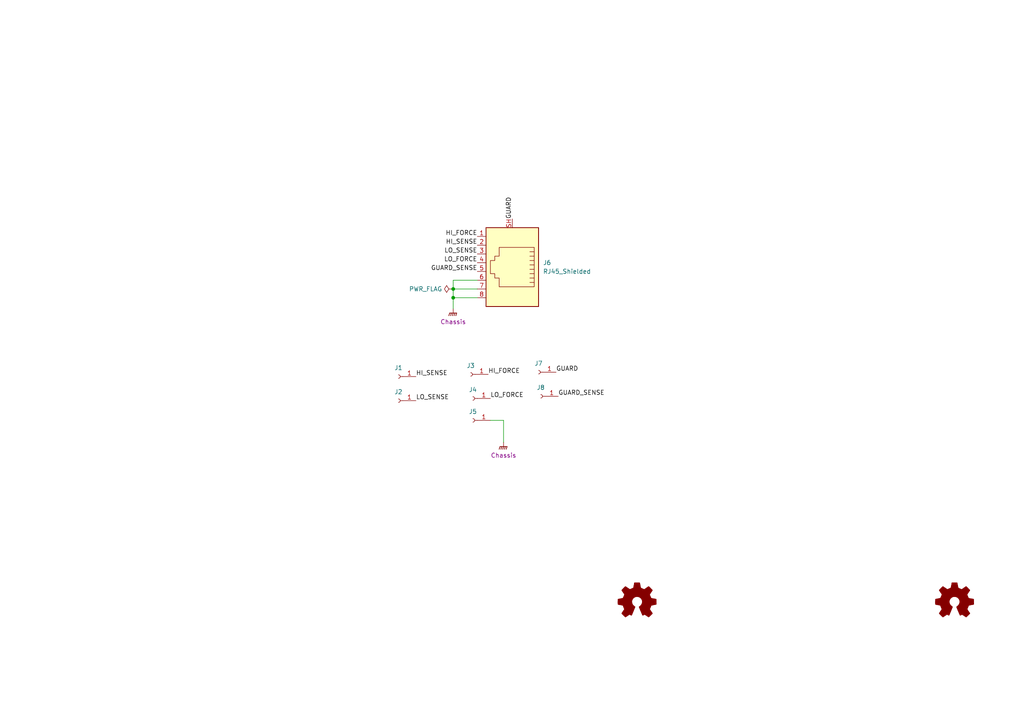
<source format=kicad_sch>
(kicad_sch (version 20211123) (generator eeschema)
  (paper "A4")
  (lib_symbols
    (symbol "Connector:Conn_01x01_Female" (pin_names (offset 1.016) hide)
      (property "Reference" "J" (at 0 2.54 0))
      (property "Value" "Conn_01x01_Female" (at 0 -2.54 0))
      (symbol "Conn_01x01_Female_1_1"
        (polyline (pts (xy -1.27 0) (xy -0.508 0)) (stroke (width 0.1524)))
        (arc (start 0 0.508) (mid -0.508 0) (end 0 -0.508) (stroke (width 0.1524)))
        (pin passive line (at -5.08 0 0) (length 3.81) (name "Pin_1") (number "1"))
      )
    )
    (symbol "Connector:RJ45_Shielded" (pin_names (offset 1.016))
      (property "Reference" "J" (at -5.08 13.97 0))
      (property "Value" "RJ45_Shielded" (at 2.54 13.97 0))
      (symbol "RJ45_Shielded_0_1"
        (polyline (pts (xy -5.08 4.445) (xy -6.35 4.445)))
        (polyline (pts (xy -5.08 5.715) (xy -6.35 5.715)))
        (polyline (pts (xy -6.35 -3.175) (xy -5.08 -3.175) (xy -5.08 -3.175)))
        (polyline (pts (xy -6.35 -1.905) (xy -5.08 -1.905) (xy -5.08 -1.905)))
        (polyline (pts (xy -6.35 -0.635) (xy -5.08 -0.635) (xy -5.08 -0.635)))
        (polyline (pts (xy -6.35 0.635) (xy -5.08 0.635) (xy -5.08 0.635)))
        (polyline (pts (xy -6.35 1.905) (xy -5.08 1.905) (xy -5.08 1.905)))
        (polyline (pts (xy -5.08 3.175) (xy -6.35 3.175) (xy -6.35 3.175)))
        (polyline (pts (xy -6.35 -4.445) (xy -6.35 6.985) (xy 3.81 6.985) (xy 3.81 4.445) (xy 5.08 4.445) (xy 5.08 3.175) (xy 6.35 3.175) (xy 6.35 -0.635) (xy 5.08 -0.635) (xy 5.08 -1.905) (xy 3.81 -1.905) (xy 3.81 -4.445) (xy -6.35 -4.445) (xy -6.35 -4.445)))
        (rectangle (start 7.62 12.7) (end -7.62 -10.16) (stroke (width 0.254)) (fill (type background)))
      )
      (symbol "RJ45_Shielded_1_1"
        (pin passive line (at 10.16 -7.62 180) (length 2.54) (name "~") (number "1"))
        (pin passive line (at 10.16 -5.08 180) (length 2.54) (name "~") (number "2"))
        (pin passive line (at 10.16 -2.54 180) (length 2.54) (name "~") (number "3"))
        (pin passive line (at 10.16 0 180) (length 2.54) (name "~") (number "4"))
        (pin passive line (at 10.16 2.54 180) (length 2.54) (name "~") (number "5"))
        (pin passive line (at 10.16 5.08 180) (length 2.54) (name "~") (number "6"))
        (pin passive line (at 10.16 7.62 180) (length 2.54) (name "~") (number "7"))
        (pin passive line (at 10.16 10.16 180) (length 2.54) (name "~") (number "8"))
        (pin passive line (at 0 -12.7 90) (length 2.54) (name "~") (number "SH"))
      )
    )
    (symbol "Graphic:Logo_Open_Hardware_Small" (pin_names (offset 1.016))
      (symbol "Logo_Open_Hardware_Small_0_1"
        (polyline (pts (xy 3.3528 -4.3434) (xy 3.302 -4.318) (xy 3.175 -4.2418) (xy 2.9972 -4.1148) (xy 2.7686 -3.9624) (xy 2.54 -3.81) (xy 2.3622 -3.7084) (xy 2.2352 -3.6068) (xy 2.1844 -3.5814) (xy 2.159 -3.6068) (xy 2.0574 -3.6576) (xy 1.905 -3.7338) (xy 1.8034 -3.7846) (xy 1.6764 -3.8354) (xy 1.6002 -3.8354) (xy 1.6002 -3.8354) (xy 1.5494 -3.7338) (xy 1.4732 -3.5306) (xy 1.3462 -3.302) (xy 1.2446 -3.0226) (xy 1.1176 -2.7178) (xy 0.9652 -2.413) (xy 0.8636 -2.1082) (xy 0.7366 -1.8288) (xy 0.6604 -1.6256) (xy 0.6096 -1.4732) (xy 0.5842 -1.397) (xy 0.5842 -1.397) (xy 0.6604 -1.3208) (xy 0.7874 -1.2446) (xy 1.0414 -1.016) (xy 1.2954 -0.6858) (xy 1.4478 -0.3302) (xy 1.524 0.0762) (xy 1.4732 0.4572) (xy 1.3208 0.8128) (xy 1.0668 1.143) (xy 0.762 1.3716) (xy 0.4064 1.524) (xy 0 1.5748) (xy -0.381 1.5494) (xy -0.7366 1.397) (xy -1.0668 1.143) (xy -1.2192 0.9906) (xy -1.397 0.6604) (xy -1.524 0.3048) (xy -1.524 0.2286) (xy -1.4986 -0.1778) (xy -1.397 -0.5334) (xy -1.1938 -0.8636) (xy -0.9144 -1.143) (xy -0.8636 -1.1684) (xy -0.7366 -1.27) (xy -0.635 -1.3462) (xy -0.5842 -1.397) (xy -1.0668 -2.5908) (xy -1.143 -2.794) (xy -1.2954 -3.1242) (xy -1.397 -3.4036) (xy -1.4986 -3.6322) (xy -1.5748 -3.7846) (xy -1.6002 -3.8354) (xy -1.6002 -3.8354) (xy -1.651 -3.8354) (xy -1.7272 -3.81) (xy -1.905 -3.7338) (xy -2.0066 -3.683) (xy -2.1336 -3.6068) (xy -2.2098 -3.5814) (xy -2.2606 -3.6068) (xy -2.3622 -3.683) (xy -2.54 -3.81) (xy -2.7686 -3.9624) (xy -2.9718 -4.0894) (xy -3.1496 -4.2164) (xy -3.302 -4.318) (xy -3.3528 -4.3434) (xy -3.3782 -4.3434) (xy -3.429 -4.318) (xy -3.5306 -4.2164) (xy -3.7084 -4.064) (xy -3.937 -3.8354) (xy -3.9624 -3.81) (xy -4.1656 -3.6068) (xy -4.318 -3.4544) (xy -4.4196 -3.3274) (xy -4.445 -3.2766) (xy -4.445 -3.2766) (xy -4.4196 -3.2258) (xy -4.318 -3.0734) (xy -4.2164 -2.8956) (xy -4.064 -2.667) (xy -3.6576 -2.0828) (xy -3.8862 -1.5494) (xy -3.937 -1.3716) (xy -4.0386 -1.1684) (xy -4.0894 -1.0414) (xy -4.1148 -0.9652) (xy -4.191 -0.9398) (xy -4.318 -0.9144) (xy -4.5466 -0.8636) (xy -4.8006 -0.8128) (xy -5.0546 -0.7874) (xy -5.2578 -0.7366) (xy -5.4356 -0.7112) (xy -5.5118 -0.6858) (xy -5.5118 -0.6858) (xy -5.5372 -0.635) (xy -5.5372 -0.5588) (xy -5.5372 -0.4318) (xy -5.5626 -0.2286) (xy -5.5626 0.0762) (xy -5.5626 0.127) (xy -5.5372 0.4064) (xy -5.5372 0.635) (xy -5.5372 0.762) (xy -5.5372 0.8382) (xy -5.5372 0.8382) (xy -5.461 0.8382) (xy -5.3086 0.889) (xy -5.08 0.9144) (xy -4.826 0.9652) (xy -4.8006 0.9906) (xy -4.5466 1.0414) (xy -4.318 1.0668) (xy -4.1656 1.1176) (xy -4.0894 1.143) (xy -4.0894 1.143) (xy -4.0386 1.2446) (xy -3.9624 1.4224) (xy -3.8608 1.6256) (xy -3.7846 1.8288) (xy -3.7084 2.0066) (xy -3.6576 2.159) (xy -3.6322 2.2098) (xy -3.6322 2.2098) (xy -3.683 2.286) (xy -3.7592 2.413) (xy -3.8862 2.5908) (xy -4.064 2.8194) (xy -4.064 2.8448) (xy -4.2164 3.0734) (xy -4.3434 3.2512) (xy -4.4196 3.3782) (xy -4.445 3.4544) (xy -4.445 3.4544) (xy -4.3942 3.5052) (xy -4.2926 3.6322) (xy -4.1148 3.81) (xy -3.937 4.0132) (xy -3.8608 4.064) (xy -3.6576 4.2926) (xy -3.5052 4.4196) (xy -3.4036 4.4958) (xy -3.3528 4.5212) (xy -3.3528 4.5212) (xy -3.302 4.4704) (xy -3.1496 4.3688) (xy -2.9718 4.2418) (xy -2.7432 4.0894) (xy -2.7178 4.0894) (xy -2.4892 3.937) (xy -2.3114 3.81) (xy -2.1844 3.7084) (xy -2.1336 3.683) (xy -2.1082 3.683) (xy -2.032 3.7084) (xy -1.8542 3.7592) (xy -1.6764 3.8354) (xy -1.4732 3.937) (xy -1.27 4.0132) (xy -1.143 4.064) (xy -1.0668 4.1148) (xy -1.0668 4.1148) (xy -1.0414 4.191) (xy -1.016 4.3434) (xy -0.9652 4.572) (xy -0.9144 4.8514) (xy -0.889 4.9022) (xy -0.8382 5.1562) (xy -0.8128 5.3848) (xy -0.7874 5.5372) (xy -0.762 5.588) (xy -0.7112 5.6134) (xy -0.5842 5.6134) (xy -0.4064 5.6134) (xy -0.1524 5.6134) (xy 0.0762 5.6134) (xy 0.3302 5.6134) (xy 0.5334 5.6134) (xy 0.6858 5.588) (xy 0.7366 5.588) (xy 0.7366 5.588) (xy 0.762 5.5118) (xy 0.8128 5.334) (xy 0.8382 5.1054) (xy 0.9144 4.826) (xy 0.9144 4.7752) (xy 0.9652 4.5212) (xy 1.016 4.2926) (xy 1.0414 4.1402) (xy 1.0668 4.0894) (xy 1.0668 4.0894) (xy 1.1938 4.0386) (xy 1.3716 3.9624) (xy 1.5748 3.8608) (xy 2.0828 3.6576) (xy 2.7178 4.0894) (xy 2.7686 4.1402) (xy 2.9972 4.2926) (xy 3.175 4.4196) (xy 3.302 4.4958) (xy 3.3782 4.5212) (xy 3.3782 4.5212) (xy 3.429 4.4704) (xy 3.556 4.3434) (xy 3.7338 4.191) (xy 3.9116 3.9878) (xy 4.064 3.8354) (xy 4.2418 3.6576) (xy 4.3434 3.556) (xy 4.4196 3.4798) (xy 4.4196 3.429) (xy 4.4196 3.4036) (xy 4.3942 3.3274) (xy 4.2926 3.2004) (xy 4.1656 2.9972) (xy 4.0132 2.794) (xy 3.8862 2.5908) (xy 3.7592 2.3876) (xy 3.6576 2.2352) (xy 3.6322 2.159) (xy 3.6322 2.1336) (xy 3.683 2.0066) (xy 3.7592 1.8288) (xy 3.8608 1.6002) (xy 4.064 1.1176) (xy 4.3942 1.0414) (xy 4.5974 1.016) (xy 4.8768 0.9652) (xy 5.1308 0.9144) (xy 5.5372 0.8382) (xy 5.5626 -0.6604) (xy 5.4864 -0.6858) (xy 5.4356 -0.6858) (xy 5.2832 -0.7366) (xy 5.0546 -0.762) (xy 4.8006 -0.8128) (xy 4.5974 -0.8636) (xy 4.3688 -0.9144) (xy 4.2164 -0.9398) (xy 4.1402 -0.9398) (xy 4.1148 -0.9652) (xy 4.064 -1.0668) (xy 3.9878 -1.2446) (xy 3.9116 -1.4478) (xy 3.81 -1.651) (xy 3.7338 -1.8542) (xy 3.683 -2.0066) (xy 3.6576 -2.0828) (xy 3.683 -2.1336) (xy 3.7846 -2.2606) (xy 3.8862 -2.4638) (xy 4.0386 -2.667) (xy 4.191 -2.8956) (xy 4.318 -3.0734) (xy 4.3942 -3.2004) (xy 4.445 -3.2766) (xy 4.4196 -3.3274) (xy 4.3434 -3.429) (xy 4.1656 -3.5814) (xy 3.937 -3.8354) (xy 3.8862 -3.8608) (xy 3.683 -4.064) (xy 3.5306 -4.2164) (xy 3.4036 -4.318) (xy 3.3528 -4.3434)) (fill (type outline)))
      )
    )
    (symbol "power:GNDPWR" (power) (pin_names (offset 0))
      (property "Value" "GNDPWR" (at 0 -3.302 0))
      (symbol "GNDPWR_0_1"
        (polyline (pts (xy 0 -1.27) (xy 0 0)))
        (polyline (pts (xy -1.016 -1.27) (xy -1.27 -2.032) (xy -1.27 -2.032)) (stroke (width 0.2032)))
        (polyline (pts (xy -0.508 -1.27) (xy -0.762 -2.032) (xy -0.762 -2.032)) (stroke (width 0.2032)))
        (polyline (pts (xy 0 -1.27) (xy -0.254 -2.032) (xy -0.254 -2.032)) (stroke (width 0.2032)))
        (polyline (pts (xy 0.508 -1.27) (xy 0.254 -2.032) (xy 0.254 -2.032)) (stroke (width 0.2032)))
        (polyline (pts (xy 1.016 -1.27) (xy -1.016 -1.27) (xy -1.016 -1.27)) (stroke (width 0.2032)))
        (polyline (pts (xy 1.016 -1.27) (xy 0.762 -2.032) (xy 0.762 -2.032) (xy 0.762 -2.032)) (stroke (width 0.2032)))
      )
      (symbol "GNDPWR_1_1"
        (pin power_in line (at 0 0 270) (length 0) hide (name "GNDPWR") (number "1"))
      )
    )
    (symbol "power:PWR_FLAG" (power) (pin_numbers hide) (pin_names (offset 0) hide)
      (property "Value" "PWR_FLAG" (at 0 3.81 0))
      (symbol "PWR_FLAG_0_0"
        (pin power_out line (at 0 0 90) (length 0) (name "pwr") (number "1"))
      )
      (symbol "PWR_FLAG_0_1"
        (polyline (pts (xy 0 0) (xy 0 1.27) (xy -1.016 1.905) (xy 0 2.54) (xy 1.016 1.905) (xy 0 1.27)))
      )
    )
  )
  (junction (at 131.445 86.36))
  (junction (at 131.445 83.82))
  (wire (pts (xy 142.24 121.92) (xy 146.05 121.92)))
  (wire (pts (xy 138.43 81.28) (xy 131.445 81.28)))
  (wire (pts (xy 146.05 121.92) (xy 146.05 128.27)))
  (wire (pts (xy 138.43 83.82) (xy 131.445 83.82)))
  (wire (pts (xy 131.445 83.82) (xy 131.445 86.36)))
  (wire (pts (xy 138.43 86.36) (xy 131.445 86.36)))
  (wire (pts (xy 131.445 81.28) (xy 131.445 83.82)))
  (wire (pts (xy 131.445 86.36) (xy 131.445 89.535)))
  (label "GUARD_SENSE" (at 138.43 78.74 180))
  (label "GUARD" (at 161.29 107.95 0))
  (label "LO_SENSE" (at 138.43 73.66 180))
  (label "HI_FORCE" (at 138.43 68.58 180))
  (label "LO_FORCE" (at 142.24 115.57 0))
  (label "HI_SENSE" (at 138.43 71.12 180))
  (label "LO_SENSE" (at 120.65 116.205 0))
  (label "LO_FORCE" (at 138.43 76.2 180))
  (label "HI_SENSE" (at 120.65 109.22 0))
  (label "HI_FORCE" (at 141.605 108.585 0))
  (label "GUARD_SENSE" (at 161.925 114.935 0))
  (label "GUARD" (at 148.59 63.5 90))
  (symbol (lib_id "Connector:Conn_01x01_Female") (at 115.57 109.22 0) (mirror y) (unit 1)
    (property "Reference" "J1" (at 115.57 106.68 0))
    (property "Value" "Conn_01x01_Female" (effects hide))
    (property "Footprint" "custom_footprints:Mounting_Wuerth_WA-SMSI-4.5mm_H3mm_9774030482_pad_mod" (effects hide))
  )
  (symbol (lib_id "Connector:Conn_01x01_Female") (at 156.845 114.935 0) (mirror y) (unit 1)
    (property "Reference" "J8" (at 156.845 112.395 0))
    (property "Value" "Conn_01x01_Female" (effects hide))
    (property "Footprint" "custom_footprints:Mounting_Wuerth_WA-SMSI-4.5mm_H3mm_9774030482_pad_mod" (effects hide))
  )
  (symbol (lib_id "Connector:Conn_01x01_Female") (at 137.16 121.92 0) (mirror y) (unit 1)
    (property "Reference" "J5" (at 137.16 119.38 0))
    (property "Value" "Conn_01x01_Female" (effects hide))
    (property "Footprint" "custom_footprints:Mounting_Wuerth_WA-SMSI-4.5mm_H3mm_9774030482_pad_mod" (effects hide))
  )
  (symbol (lib_id "Graphic:Logo_Open_Hardware_Small") (at 184.785 174.625 0) (unit 1)
    (property "Reference" "LOGO1" (effects hide))
    (property "Value" "Logo_Open_Hardware_Small" (effects hide))
    (property "Footprint" "custom_footprints:logo_small" (effects hide))
  )
  (symbol (lib_id "power:GNDPWR") (at 146.05 128.27 0) (unit 1)
    (property "Reference" "#PWR02" (effects hide))
    (property "Value" "GNDPWR" (effects hide))
    (property "label" "Chassis" (at 146.05 132.08 0))
  )
  (symbol (lib_id "power:PWR_FLAG") (at 131.445 83.82 90) (unit 1)
    (property "Reference" "#FLG0101" (effects hide))
    (property "Value" "PWR_FLAG" (at 128.27 83.8199 90) (effects (justify left)))
  )
  (symbol (lib_id "Connector:Conn_01x01_Female") (at 136.525 108.585 0) (mirror y) (unit 1)
    (property "Reference" "J3" (at 136.525 106.045 0))
    (property "Value" "Conn_01x01_Female" (effects hide))
    (property "Footprint" "custom_footprints:Mounting_Wuerth_WA-SMSI-4.5mm_H3mm_9774030482_pad_mod" (effects hide))
  )
  (symbol (lib_id "Connector:RJ45_Shielded") (at 148.59 76.2 180) (unit 1)
    (property "Reference" "J6" (at 157.48 76.1999 0) (effects (justify right)))
    (property "Value" "RJ45_Shielded" (at 157.48 78.7399 0) (effects (justify right)))
    (property "Footprint" "Connector_RJ:RJ45_Wuerth_7499010001A_Horizontal" (effects hide))
    (property "supplier" "RS" (effects hide))
    (property "supplier_partno" "782-7723" (effects hide))
  )
  (symbol (lib_id "Graphic:Logo_Open_Hardware_Small") (at 276.86 174.625 0) (unit 1)
    (property "Reference" "LOGO2" (effects hide))
    (property "Value" "Logo_Open_Hardware_Small" (effects hide))
    (property "Footprint" "custom_footprints:logo_small" (effects hide))
  )
  (symbol (lib_id "Connector:Conn_01x01_Female") (at 137.16 115.57 0) (mirror y) (unit 1)
    (property "Reference" "J4" (at 137.16 113.03 0))
    (property "Value" "Conn_01x01_Female" (effects hide))
    (property "Footprint" "custom_footprints:Mounting_Wuerth_WA-SMSI-4.5mm_H3mm_9774030482_pad_mod" (effects hide))
  )
  (symbol (lib_id "Connector:Conn_01x01_Female") (at 115.57 116.205 0) (mirror y) (unit 1)
    (property "Reference" "J2" (at 115.57 113.665 0))
    (property "Value" "Conn_01x01_Female" (effects hide))
    (property "Footprint" "custom_footprints:Mounting_Wuerth_WA-SMSI-4.5mm_H3mm_9774030482_pad_mod" (effects hide))
  )
  (symbol (lib_id "power:GNDPWR") (at 131.445 89.535 0) (unit 1)
    (property "Reference" "#PWR01" (effects hide))
    (property "Value" "GNDPWR" (effects hide))
    (property "label" "Chassis" (at 131.445 93.345 0))
  )
  (symbol (lib_id "Connector:Conn_01x01_Female") (at 156.21 107.95 0) (mirror y) (unit 1)
    (property "Reference" "J7" (at 156.21 105.41 0))
    (property "Value" "Conn_01x01_Female" (effects hide))
    (property "Footprint" "custom_footprints:Mounting_Wuerth_WA-SMSI-4.5mm_H3mm_9774030482_pad_mod" (effects hide))
  )
)
</source>
